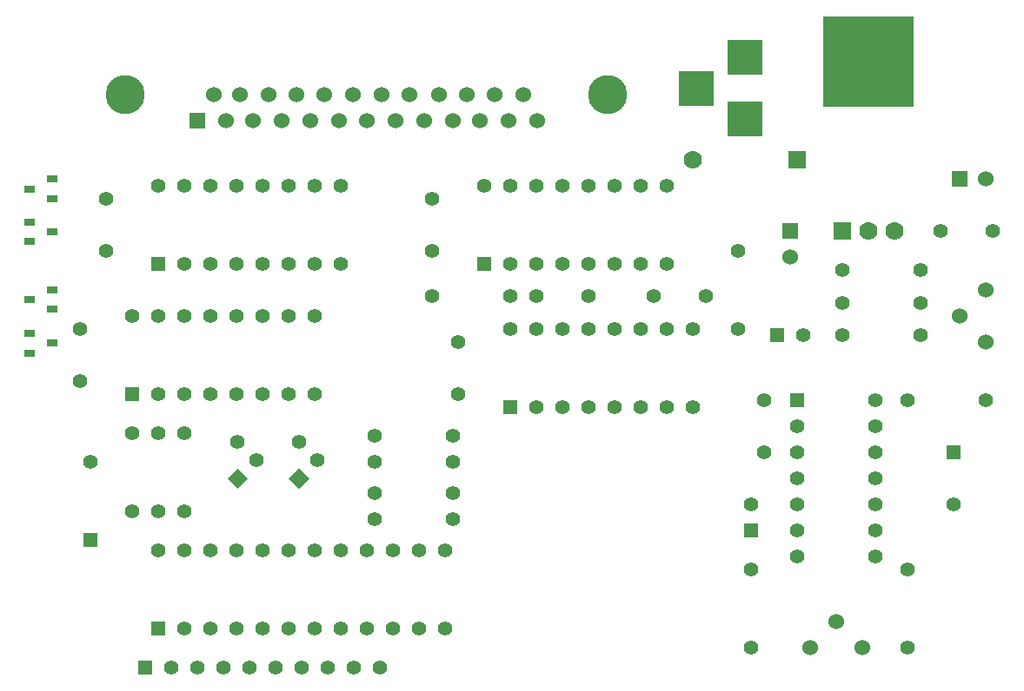
<source format=gts>
G04 (created by PCBNEW (2013-07-07 BZR 4022)-stable) date 07/04/2015 00:57:36*
%MOIN*%
G04 Gerber Fmt 3.4, Leading zero omitted, Abs format*
%FSLAX34Y34*%
G01*
G70*
G90*
G04 APERTURE LIST*
%ADD10C,0.00590551*%
%ADD11R,0.055X0.055*%
%ADD12C,0.055*%
%ADD13R,0.07X0.07*%
%ADD14C,0.07*%
%ADD15R,0.35X0.35*%
%ADD16R,0.0394X0.0315*%
%ADD17C,0.06*%
%ADD18C,0.15*%
%ADD19R,0.06X0.06*%
%ADD20R,0.1378X0.1378*%
G04 APERTURE END LIST*
G54D10*
G54D11*
X96000Y-61750D03*
G54D12*
X96000Y-63750D03*
G54D13*
X91750Y-53250D03*
G54D14*
X93750Y-53250D03*
X92750Y-53250D03*
G54D15*
X92750Y-46750D03*
G54D16*
X61433Y-53275D03*
X60567Y-53650D03*
X60567Y-52900D03*
X61433Y-57550D03*
X60567Y-57925D03*
X60567Y-57175D03*
X60567Y-55875D03*
X61433Y-55500D03*
X61433Y-56250D03*
X60567Y-51625D03*
X61433Y-51250D03*
X61433Y-52000D03*
G54D17*
X97250Y-57500D03*
X96250Y-56500D03*
X97250Y-55500D03*
X90500Y-69250D03*
X91500Y-68250D03*
X92500Y-69250D03*
G54D12*
X64500Y-61000D03*
X64500Y-64000D03*
X73800Y-61100D03*
X76800Y-61100D03*
X73800Y-62100D03*
X76800Y-62100D03*
X65500Y-61000D03*
X65500Y-64000D03*
X87750Y-54000D03*
X87750Y-57000D03*
X66500Y-61000D03*
X66500Y-64000D03*
X73800Y-64300D03*
X76800Y-64300D03*
X73800Y-63300D03*
X76800Y-63300D03*
X94750Y-56000D03*
X91750Y-56000D03*
X91750Y-54750D03*
X94750Y-54750D03*
X94250Y-69250D03*
X94250Y-66250D03*
X88250Y-66250D03*
X88250Y-69250D03*
X91750Y-57250D03*
X94750Y-57250D03*
X76000Y-55750D03*
X79000Y-55750D03*
X94250Y-59750D03*
X97250Y-59750D03*
G54D11*
X89250Y-57250D03*
G54D12*
X90250Y-57250D03*
G54D11*
X65500Y-68500D03*
G54D12*
X66500Y-68500D03*
X67500Y-68500D03*
X68500Y-68500D03*
X69500Y-68500D03*
X70500Y-68500D03*
X71500Y-68500D03*
X72500Y-68500D03*
X73500Y-68500D03*
X74500Y-68500D03*
X75500Y-68500D03*
X76500Y-68500D03*
X76500Y-65500D03*
X75500Y-65500D03*
X74500Y-65500D03*
X73500Y-65500D03*
X72500Y-65500D03*
X71500Y-65500D03*
X70500Y-65500D03*
X69500Y-65500D03*
X68500Y-65500D03*
X67500Y-65500D03*
X66500Y-65500D03*
X65500Y-65500D03*
G54D11*
X79000Y-60000D03*
G54D12*
X80000Y-60000D03*
X81000Y-60000D03*
X82000Y-60000D03*
X83000Y-60000D03*
X84000Y-60000D03*
X85000Y-60000D03*
X86000Y-60000D03*
X86000Y-57000D03*
X85000Y-57000D03*
X84000Y-57000D03*
X83000Y-57000D03*
X82000Y-57000D03*
X81000Y-57000D03*
X80000Y-57000D03*
X79000Y-57000D03*
G54D11*
X65500Y-54500D03*
G54D12*
X66500Y-54500D03*
X67500Y-54500D03*
X68500Y-54500D03*
X69500Y-54500D03*
X70500Y-54500D03*
X71500Y-54500D03*
X72500Y-54500D03*
X72500Y-51500D03*
X71500Y-51500D03*
X70500Y-51500D03*
X69500Y-51500D03*
X68500Y-51500D03*
X67500Y-51500D03*
X66500Y-51500D03*
X65500Y-51500D03*
G54D11*
X64500Y-59500D03*
G54D12*
X65500Y-59500D03*
X66500Y-59500D03*
X67500Y-59500D03*
X68500Y-59500D03*
X69500Y-59500D03*
X70500Y-59500D03*
X71500Y-59500D03*
X71500Y-56500D03*
X70500Y-56500D03*
X69500Y-56500D03*
X68500Y-56500D03*
X67500Y-56500D03*
X66500Y-56500D03*
X65500Y-56500D03*
X64500Y-56500D03*
G54D11*
X78000Y-54500D03*
G54D12*
X79000Y-54500D03*
X80000Y-54500D03*
X81000Y-54500D03*
X82000Y-54500D03*
X83000Y-54500D03*
X84000Y-54500D03*
X85000Y-54500D03*
X85000Y-51500D03*
X84000Y-51500D03*
X83000Y-51500D03*
X82000Y-51500D03*
X81000Y-51500D03*
X80000Y-51500D03*
X79000Y-51500D03*
X78000Y-51500D03*
G54D11*
X90000Y-59750D03*
G54D12*
X90000Y-60750D03*
X90000Y-61750D03*
X90000Y-62750D03*
X90000Y-63750D03*
X90000Y-64750D03*
X90000Y-65750D03*
X93000Y-65750D03*
X93000Y-64750D03*
X93000Y-63750D03*
X93000Y-62750D03*
X93000Y-61750D03*
X93000Y-60750D03*
X93000Y-59750D03*
G54D18*
X82750Y-48000D03*
X64250Y-48000D03*
G54D19*
X67000Y-49000D03*
G54D17*
X68100Y-49000D03*
X69150Y-49000D03*
X70250Y-49000D03*
X71350Y-49000D03*
X72450Y-49000D03*
X73500Y-49000D03*
X74600Y-49000D03*
X75700Y-49000D03*
X76800Y-49000D03*
X77850Y-49000D03*
X78950Y-49000D03*
X80050Y-49000D03*
X67620Y-48000D03*
X68620Y-48000D03*
X69720Y-48000D03*
X70800Y-48000D03*
X71880Y-48000D03*
X72980Y-48000D03*
X74060Y-48000D03*
X75140Y-48000D03*
X76260Y-48000D03*
X77320Y-48000D03*
X78400Y-48000D03*
X79500Y-48000D03*
G54D11*
X62900Y-65100D03*
G54D12*
X62900Y-62100D03*
X88750Y-61750D03*
X88750Y-59750D03*
X95500Y-53250D03*
X97500Y-53250D03*
X82000Y-55750D03*
X80000Y-55750D03*
X86500Y-55750D03*
X84500Y-55750D03*
X77000Y-57500D03*
X77000Y-59500D03*
X76000Y-52000D03*
X76000Y-54000D03*
X63500Y-52000D03*
X63500Y-54000D03*
X62500Y-57000D03*
X62500Y-59000D03*
G54D19*
X89750Y-53250D03*
G54D17*
X89750Y-54250D03*
G54D19*
X96250Y-51250D03*
G54D17*
X97250Y-51250D03*
G54D11*
X88250Y-64750D03*
G54D12*
X88250Y-63750D03*
G54D11*
X65000Y-70000D03*
G54D12*
X66000Y-70000D03*
X67000Y-70000D03*
X68000Y-70000D03*
X69000Y-70000D03*
X70000Y-70000D03*
X71000Y-70000D03*
X72000Y-70000D03*
X73000Y-70000D03*
X74000Y-70000D03*
G54D14*
X86000Y-50500D03*
G54D13*
X90000Y-50500D03*
G54D20*
X88000Y-48941D03*
X88000Y-46579D03*
X86150Y-47760D03*
G54D10*
G36*
X70900Y-62368D02*
X71288Y-62757D01*
X70900Y-63146D01*
X70511Y-62757D01*
X70900Y-62368D01*
X70900Y-62368D01*
G37*
G54D12*
X71607Y-62050D03*
X70900Y-61342D03*
G54D10*
G36*
X68550Y-62368D02*
X68938Y-62757D01*
X68550Y-63146D01*
X68161Y-62757D01*
X68550Y-62368D01*
X68550Y-62368D01*
G37*
G54D12*
X69257Y-62050D03*
X68550Y-61342D03*
M02*

</source>
